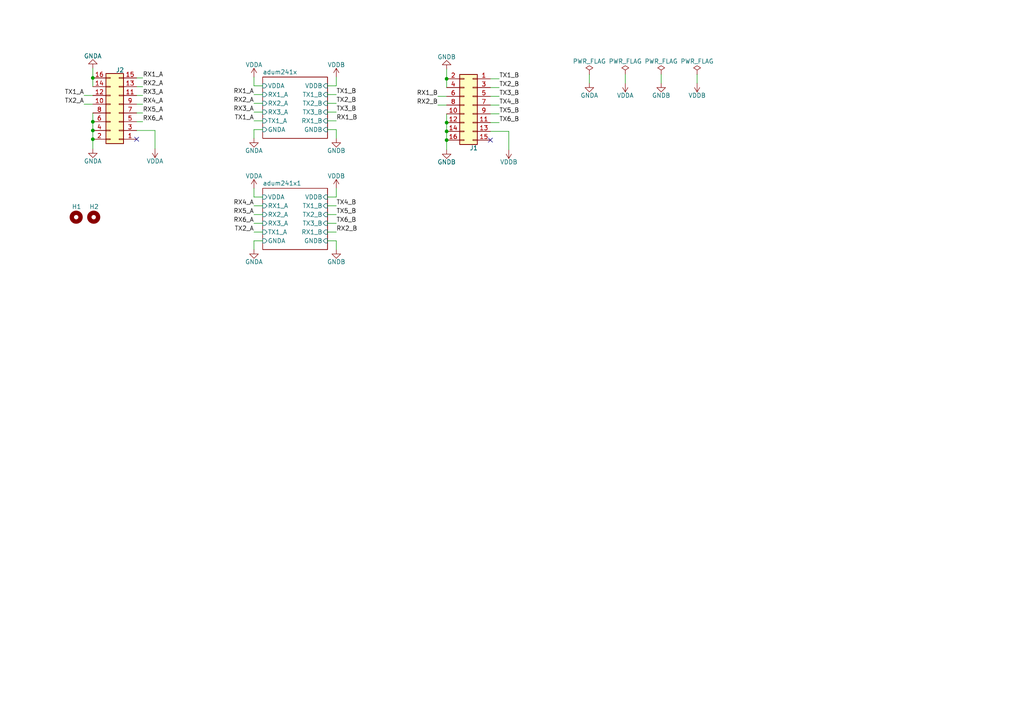
<source format=kicad_sch>
(kicad_sch (version 20211123) (generator eeschema)
  (paper "A4")
  (lib_symbols
    (symbol "CL_power:GNDB" (power) (pin_names (offset 0))
      (property "Value" "GNDB" (at 0 -3.81 0))
      (symbol "GNDB_0_1"
        (polyline (pts (xy 0 0) (xy 0 -1.27) (xy 1.27 -1.27) (xy 0 -2.54) (xy -1.27 -1.27) (xy 0 -1.27)))
      )
      (symbol "GNDB_1_1"
        (pin power_in line (at 0 0 270) (length 0) hide (name "GNDB") (number "1"))
      )
    )
    (symbol "CL_power:VDDB" (power) (pin_names (offset 0))
      (property "Value" "VDDB" (at 0 3.556 0))
      (symbol "VDDB_0_1"
        (polyline (pts (xy -0.762 1.27) (xy 0 2.54)))
        (polyline (pts (xy 0 0) (xy 0 2.54)))
        (polyline (pts (xy 0 2.54) (xy 0.762 1.27)))
      )
      (symbol "VDDB_1_1"
        (pin power_in line (at 0 0 90) (length 0) hide (name "VDDB") (number "1"))
      )
    )
    (symbol "Connector_Generic:Conn_02x08_Odd_Even" (pin_names (offset 1.016) hide)
      (property "Reference" "J" (at 1.27 10.16 0))
      (property "Value" "Conn_02x08_Odd_Even" (at 1.27 -12.7 0))
      (symbol "Conn_02x08_Odd_Even_1_1"
        (rectangle (start -1.27 -10.033) (end 0 -10.287) (stroke (width 0.1524)))
        (rectangle (start -1.27 -7.493) (end 0 -7.747) (stroke (width 0.1524)))
        (rectangle (start -1.27 -4.953) (end 0 -5.207) (stroke (width 0.1524)))
        (rectangle (start -1.27 -2.413) (end 0 -2.667) (stroke (width 0.1524)))
        (rectangle (start -1.27 0.127) (end 0 -0.127) (stroke (width 0.1524)))
        (rectangle (start -1.27 2.667) (end 0 2.413) (stroke (width 0.1524)))
        (rectangle (start -1.27 5.207) (end 0 4.953) (stroke (width 0.1524)))
        (rectangle (start -1.27 7.747) (end 0 7.493) (stroke (width 0.1524)))
        (rectangle (start -1.27 8.89) (end 3.81 -11.43) (stroke (width 0.254)) (fill (type background)))
        (rectangle (start 3.81 -10.033) (end 2.54 -10.287) (stroke (width 0.1524)))
        (rectangle (start 3.81 -7.493) (end 2.54 -7.747) (stroke (width 0.1524)))
        (rectangle (start 3.81 -4.953) (end 2.54 -5.207) (stroke (width 0.1524)))
        (rectangle (start 3.81 -2.413) (end 2.54 -2.667) (stroke (width 0.1524)))
        (rectangle (start 3.81 0.127) (end 2.54 -0.127) (stroke (width 0.1524)))
        (rectangle (start 3.81 2.667) (end 2.54 2.413) (stroke (width 0.1524)))
        (rectangle (start 3.81 5.207) (end 2.54 4.953) (stroke (width 0.1524)))
        (rectangle (start 3.81 7.747) (end 2.54 7.493) (stroke (width 0.1524)))
        (pin passive line (at -5.08 7.62 0) (length 3.81) (name "Pin_1") (number "1"))
        (pin passive line (at 7.62 -2.54 180) (length 3.81) (name "Pin_10") (number "10"))
        (pin passive line (at -5.08 -5.08 0) (length 3.81) (name "Pin_11") (number "11"))
        (pin passive line (at 7.62 -5.08 180) (length 3.81) (name "Pin_12") (number "12"))
        (pin passive line (at -5.08 -7.62 0) (length 3.81) (name "Pin_13") (number "13"))
        (pin passive line (at 7.62 -7.62 180) (length 3.81) (name "Pin_14") (number "14"))
        (pin passive line (at -5.08 -10.16 0) (length 3.81) (name "Pin_15") (number "15"))
        (pin passive line (at 7.62 -10.16 180) (length 3.81) (name "Pin_16") (number "16"))
        (pin passive line (at 7.62 7.62 180) (length 3.81) (name "Pin_2") (number "2"))
        (pin passive line (at -5.08 5.08 0) (length 3.81) (name "Pin_3") (number "3"))
        (pin passive line (at 7.62 5.08 180) (length 3.81) (name "Pin_4") (number "4"))
        (pin passive line (at -5.08 2.54 0) (length 3.81) (name "Pin_5") (number "5"))
        (pin passive line (at 7.62 2.54 180) (length 3.81) (name "Pin_6") (number "6"))
        (pin passive line (at -5.08 0 0) (length 3.81) (name "Pin_7") (number "7"))
        (pin passive line (at 7.62 0 180) (length 3.81) (name "Pin_8") (number "8"))
        (pin passive line (at -5.08 -2.54 0) (length 3.81) (name "Pin_9") (number "9"))
      )
    )
    (symbol "Mechanical:MountingHole" (pin_names (offset 1.016))
      (property "Reference" "H" (at 0 5.08 0))
      (property "Value" "MountingHole" (at 0 3.175 0))
      (symbol "MountingHole_0_1"
        (circle (center 0 0) (radius 1.27) (stroke (width 1.27)))
      )
    )
    (symbol "power:GNDA" (power) (pin_names (offset 0))
      (property "Value" "GNDA" (at 0 -3.81 0))
      (symbol "GNDA_0_1"
        (polyline (pts (xy 0 0) (xy 0 -1.27) (xy 1.27 -1.27) (xy 0 -2.54) (xy -1.27 -1.27) (xy 0 -1.27)))
      )
      (symbol "GNDA_1_1"
        (pin power_in line (at 0 0 270) (length 0) hide (name "GNDA") (number "1"))
      )
    )
    (symbol "power:PWR_FLAG" (power) (pin_numbers hide) (pin_names (offset 0) hide)
      (property "Value" "PWR_FLAG" (at 0 3.81 0))
      (symbol "PWR_FLAG_0_0"
        (pin power_out line (at 0 0 90) (length 0) (name "pwr") (number "1"))
      )
      (symbol "PWR_FLAG_0_1"
        (polyline (pts (xy 0 0) (xy 0 1.27) (xy -1.016 1.905) (xy 0 2.54) (xy 1.016 1.905) (xy 0 1.27)))
      )
    )
    (symbol "power:VDDA" (power) (pin_names (offset 0))
      (property "Value" "VDDA" (at 0 3.81 0))
      (symbol "VDDA_0_1"
        (polyline (pts (xy -0.762 1.27) (xy 0 2.54)))
        (polyline (pts (xy 0 0) (xy 0 2.54)))
        (polyline (pts (xy 0 2.54) (xy 0.762 1.27)))
      )
      (symbol "VDDA_1_1"
        (pin power_in line (at 0 0 90) (length 0) hide (name "VDDA") (number "1"))
      )
    )
  )
  (junction (at 26.924 22.606))
  (junction (at 129.54 22.86))
  (junction (at 26.924 40.386))
  (junction (at 129.54 40.64))
  (junction (at 26.924 37.846))
  (junction (at 26.924 35.306))
  (junction (at 129.54 38.1))
  (junction (at 129.54 35.56))
  (no_connect (at 39.624 40.386))
  (no_connect (at 142.24 40.64))
  (wire (pts (xy 39.624 22.606) (xy 41.402 22.606)))
  (wire (pts (xy 144.78 25.4) (xy 142.24 25.4)))
  (wire (pts (xy 73.66 59.69) (xy 76.2 59.69)))
  (wire (pts (xy 129.54 38.1) (xy 129.54 40.64)))
  (wire (pts (xy 39.624 32.766) (xy 41.402 32.766)))
  (wire (pts (xy 147.574 38.1) (xy 147.574 43.434)))
  (wire (pts (xy 97.536 57.15) (xy 94.996 57.15)))
  (wire (pts (xy 94.996 27.432) (xy 97.536 27.432)))
  (wire (pts (xy 73.66 27.432) (xy 76.2 27.432)))
  (wire (pts (xy 191.77 21.59) (xy 191.77 24.13)))
  (wire (pts (xy 144.78 30.48) (xy 142.24 30.48)))
  (wire (pts (xy 97.536 69.85) (xy 94.996 69.85)))
  (wire (pts (xy 129.54 22.86) (xy 129.54 25.4)))
  (wire (pts (xy 26.924 35.306) (xy 26.924 37.846)))
  (wire (pts (xy 73.66 67.31) (xy 76.2 67.31)))
  (wire (pts (xy 26.924 19.812) (xy 26.924 22.606)))
  (wire (pts (xy 73.66 24.892) (xy 76.2 24.892)))
  (wire (pts (xy 94.996 62.23) (xy 97.536 62.23)))
  (wire (pts (xy 39.624 25.146) (xy 41.402 25.146)))
  (wire (pts (xy 26.924 22.606) (xy 26.924 25.146)))
  (wire (pts (xy 94.996 59.69) (xy 97.536 59.69)))
  (wire (pts (xy 129.54 35.56) (xy 129.54 38.1)))
  (wire (pts (xy 73.66 32.512) (xy 76.2 32.512)))
  (wire (pts (xy 73.66 22.352) (xy 73.66 24.892)))
  (wire (pts (xy 97.536 72.39) (xy 97.536 69.85)))
  (wire (pts (xy 39.624 27.686) (xy 41.402 27.686)))
  (wire (pts (xy 94.996 32.512) (xy 97.536 32.512)))
  (wire (pts (xy 129.54 33.02) (xy 129.54 35.56)))
  (wire (pts (xy 97.536 54.61) (xy 97.536 57.15)))
  (wire (pts (xy 73.66 62.23) (xy 76.2 62.23)))
  (wire (pts (xy 144.78 33.02) (xy 142.24 33.02)))
  (wire (pts (xy 73.66 69.85) (xy 76.2 69.85)))
  (wire (pts (xy 144.78 27.94) (xy 142.24 27.94)))
  (wire (pts (xy 97.536 22.352) (xy 97.536 24.892)))
  (wire (pts (xy 97.536 40.132) (xy 97.536 37.592)))
  (wire (pts (xy 39.624 35.306) (xy 41.402 35.306)))
  (wire (pts (xy 181.356 21.59) (xy 181.356 24.13)))
  (wire (pts (xy 73.66 40.132) (xy 73.66 37.592)))
  (wire (pts (xy 129.54 20.066) (xy 129.54 22.86)))
  (wire (pts (xy 73.66 72.39) (xy 73.66 69.85)))
  (wire (pts (xy 26.924 40.386) (xy 26.924 43.18)))
  (wire (pts (xy 44.958 37.846) (xy 44.958 43.18)))
  (wire (pts (xy 127 27.94) (xy 129.54 27.94)))
  (wire (pts (xy 97.536 37.592) (xy 94.996 37.592)))
  (wire (pts (xy 26.924 32.766) (xy 26.924 35.306)))
  (wire (pts (xy 39.624 30.226) (xy 41.402 30.226)))
  (wire (pts (xy 24.384 27.686) (xy 26.924 27.686)))
  (wire (pts (xy 94.996 35.052) (xy 97.536 35.052)))
  (wire (pts (xy 144.78 35.56) (xy 142.24 35.56)))
  (wire (pts (xy 97.536 24.892) (xy 94.996 24.892)))
  (wire (pts (xy 94.996 64.77) (xy 97.536 64.77)))
  (wire (pts (xy 73.66 37.592) (xy 76.2 37.592)))
  (wire (pts (xy 127 30.48) (xy 129.54 30.48)))
  (wire (pts (xy 73.66 64.77) (xy 76.2 64.77)))
  (wire (pts (xy 73.66 29.972) (xy 76.2 29.972)))
  (wire (pts (xy 94.996 29.972) (xy 97.536 29.972)))
  (wire (pts (xy 202.184 21.59) (xy 202.184 24.13)))
  (wire (pts (xy 129.54 40.64) (xy 129.54 43.434)))
  (wire (pts (xy 170.942 21.59) (xy 170.942 24.13)))
  (wire (pts (xy 144.78 22.86) (xy 142.24 22.86)))
  (wire (pts (xy 73.66 57.15) (xy 76.2 57.15)))
  (wire (pts (xy 39.624 37.846) (xy 44.958 37.846)))
  (wire (pts (xy 73.66 35.052) (xy 76.2 35.052)))
  (wire (pts (xy 94.996 67.31) (xy 97.536 67.31)))
  (wire (pts (xy 142.24 38.1) (xy 147.574 38.1)))
  (wire (pts (xy 73.66 54.61) (xy 73.66 57.15)))
  (wire (pts (xy 26.924 37.846) (xy 26.924 40.386)))
  (wire (pts (xy 24.384 30.226) (xy 26.924 30.226)))
  (label "TX4_B" (at 144.78 30.48 0))
  (label "RX2_A" (at 41.402 25.146 0))
  (label "TX1_A" (at 24.384 27.686 180))
  (label "TX6_B" (at 97.536 64.77 0))
  (label "TX5_B" (at 97.536 62.23 0))
  (label "TX2_B" (at 144.78 25.4 0))
  (label "TX1_B" (at 144.78 22.86 0))
  (label "TX2_A" (at 73.66 67.31 180))
  (label "RX6_A" (at 73.66 64.77 180))
  (label "TX3_B" (at 144.78 27.94 0))
  (label "RX3_A" (at 41.402 27.686 0))
  (label "RX5_A" (at 41.402 32.766 0))
  (label "TX1_B" (at 97.536 27.432 0))
  (label "RX4_A" (at 41.402 30.226 0))
  (label "TX2_A" (at 24.384 30.226 180))
  (label "TX3_B" (at 97.536 32.512 0))
  (label "TX2_B" (at 97.536 29.972 0))
  (label "RX2_A" (at 73.66 29.972 180))
  (label "TX6_B" (at 144.78 35.56 0))
  (label "RX3_A" (at 73.66 32.512 180))
  (label "RX1_B" (at 97.536 35.052 0))
  (label "TX5_B" (at 144.78 33.02 0))
  (label "RX1_A" (at 73.66 27.432 180))
  (label "RX1_B" (at 127 27.94 180))
  (label "RX6_A" (at 41.402 35.306 0))
  (label "RX2_B" (at 127 30.48 180))
  (label "RX5_A" (at 73.66 62.23 180))
  (label "TX4_B" (at 97.536 59.69 0))
  (label "RX4_A" (at 73.66 59.69 180))
  (label "RX1_A" (at 41.402 22.606 0))
  (label "TX1_A" (at 73.66 35.052 180))
  (label "RX2_B" (at 97.536 67.31 0))
  (symbol (lib_id "Connector_Generic:Conn_02x08_Odd_Even") (at 137.16 30.48 0) (mirror y) (unit 1)
    (property "Reference" "J1" (at 137.414 42.926 0))
    (property "Value" "Conn_02x08_Odd_Even" (effects hide))
    (property "Footprint" "Connector_PinHeader_2.54mm:PinHeader_2x08_P2.54mm_Horizontal" (effects hide))
  )
  (symbol (lib_id "CL_power:GNDB") (at 191.77 24.13 0) (unit 1)
    (property "Reference" "#PWR07" (effects hide))
    (property "Value" "GNDB" (at 191.77 27.686 0))
  )
  (symbol (lib_id "power:VDDA") (at 181.356 24.13 180) (unit 1)
    (property "Reference" "#PWR06" (effects hide))
    (property "Value" "VDDA" (at 181.356 27.686 0))
  )
  (symbol (lib_id "Mechanical:MountingHole") (at 22.098 62.992 0) (unit 1)
    (property "Reference" "H1" (at 20.828 59.944 0) (effects (justify left)))
    (property "Value" "MountingHole" (effects hide))
    (property "Footprint" "MountingHole:MountingHole_3.2mm_M3" (effects hide))
  )
  (symbol (lib_id "CL_power:GNDB") (at 97.536 72.39 0) (unit 1)
    (property "Reference" "#PWR018" (effects hide))
    (property "Value" "GNDB" (at 97.536 75.946 0))
  )
  (symbol (lib_id "power:GNDA") (at 26.924 19.812 180) (unit 1)
    (property "Reference" "#PWR01" (effects hide))
    (property "Value" "GNDA" (at 26.924 16.256 0))
  )
  (symbol (lib_id "Mechanical:MountingHole") (at 27.178 62.992 0) (unit 1)
    (property "Reference" "H2" (at 25.908 59.944 0) (effects (justify left)))
    (property "Value" "MountingHole" (effects hide))
    (property "Footprint" "MountingHole:MountingHole_3.2mm_M3" (effects hide))
  )
  (symbol (lib_id "power:VDDA") (at 73.66 22.352 0) (unit 1)
    (property "Reference" "#PWR03" (effects hide))
    (property "Value" "VDDA" (at 73.66 18.796 0))
  )
  (symbol (lib_id "CL_power:VDDB") (at 202.184 24.13 180) (unit 1)
    (property "Reference" "#PWR08" (effects hide))
    (property "Value" "VDDB" (at 202.184 27.686 0))
  )
  (symbol (lib_id "power:VDDA") (at 44.958 43.18 180) (unit 1)
    (property "Reference" "#PWR012" (effects hide))
    (property "Value" "VDDA" (at 44.958 46.736 0))
  )
  (symbol (lib_id "power:PWR_FLAG") (at 202.184 21.59 0) (unit 1)
    (property "Reference" "#FLG04" (effects hide))
    (property "Value" "PWR_FLAG" (at 202.184 17.78 0))
  )
  (symbol (lib_id "power:PWR_FLAG") (at 191.77 21.59 0) (unit 1)
    (property "Reference" "#FLG03" (effects hide))
    (property "Value" "PWR_FLAG" (at 191.77 17.78 0))
  )
  (symbol (lib_id "CL_power:VDDB") (at 97.536 54.61 0) (unit 1)
    (property "Reference" "#PWR016" (effects hide))
    (property "Value" "VDDB" (at 97.536 51.054 0))
  )
  (symbol (lib_id "power:GNDA") (at 26.924 43.18 0) (unit 1)
    (property "Reference" "#PWR011" (effects hide))
    (property "Value" "GNDA" (at 26.924 46.736 0))
  )
  (symbol (lib_id "CL_power:VDDB") (at 97.536 22.352 0) (unit 1)
    (property "Reference" "#PWR04" (effects hide))
    (property "Value" "VDDB" (at 97.536 18.796 0))
  )
  (symbol (lib_id "CL_power:GNDB") (at 97.536 40.132 0) (unit 1)
    (property "Reference" "#PWR010" (effects hide))
    (property "Value" "GNDB" (at 97.536 43.688 0))
  )
  (symbol (lib_id "power:GNDA") (at 73.66 72.39 0) (unit 1)
    (property "Reference" "#PWR017" (effects hide))
    (property "Value" "GNDA" (at 73.66 75.946 0))
  )
  (symbol (lib_id "power:GNDA") (at 170.942 24.13 0) (unit 1)
    (property "Reference" "#PWR05" (effects hide))
    (property "Value" "GNDA" (at 170.942 27.686 0))
  )
  (symbol (lib_id "power:VDDA") (at 73.66 54.61 0) (unit 1)
    (property "Reference" "#PWR015" (effects hide))
    (property "Value" "VDDA" (at 73.66 51.054 0))
  )
  (symbol (lib_id "CL_power:GNDB") (at 129.54 43.434 0) (unit 1)
    (property "Reference" "#PWR013" (effects hide))
    (property "Value" "GNDB" (at 129.54 46.99 0))
  )
  (symbol (lib_id "CL_power:VDDB") (at 147.574 43.434 180) (unit 1)
    (property "Reference" "#PWR014" (effects hide))
    (property "Value" "VDDB" (at 147.574 46.99 0))
  )
  (symbol (lib_id "power:PWR_FLAG") (at 170.942 21.59 0) (unit 1)
    (property "Reference" "#FLG01" (effects hide))
    (property "Value" "PWR_FLAG" (at 170.942 17.78 0))
  )
  (symbol (lib_id "CL_power:GNDB") (at 129.54 20.066 180) (unit 1)
    (property "Reference" "#PWR02" (effects hide))
    (property "Value" "GNDB" (at 129.54 16.51 0))
  )
  (symbol (lib_id "Connector_Generic:Conn_02x08_Odd_Even") (at 34.544 32.766 180) (unit 1)
    (property "Reference" "J2" (at 34.798 20.32 0))
    (property "Value" "Conn_02x08_Odd_Even" (effects hide))
    (property "Footprint" "Connector_PinHeader_2.54mm:PinHeader_2x08_P2.54mm_Horizontal" (effects hide))
  )
  (symbol (lib_id "power:GNDA") (at 73.66 40.132 0) (unit 1)
    (property "Reference" "#PWR09" (effects hide))
    (property "Value" "GNDA" (at 73.66 43.688 0))
  )
  (symbol (lib_id "power:PWR_FLAG") (at 181.356 21.59 0) (unit 1)
    (property "Reference" "#FLG02" (effects hide))
    (property "Value" "PWR_FLAG" (at 181.356 17.78 0))
  )
  (sheet (at 76.2 22.352) (size 18.796 17.78) (stroke (width 0.1524))
    (property "Sheet name" "adum241x" (at 76.2 21.6404 0) (effects (justify left bottom)))
    (property "Sheet file" "adum241x.kicad_sch" (effects hide))
    (pin "TX2_B" input (at 94.996 29.972 0))
    (pin "RX1_B" input (at 94.996 35.052 0))
    (pin "TX3_B" input (at 94.996 32.512 0))
    (pin "TX1_B" input (at 94.996 27.432 0))
    (pin "RX3_A" input (at 76.2 32.512 180))
    (pin "TX1_A" input (at 76.2 35.052 180))
    (pin "RX2_A" input (at 76.2 29.972 180))
    (pin "RX1_A" input (at 76.2 27.432 180))
    (pin "GNDA" input (at 76.2 37.592 180))
    (pin "VDDB" input (at 94.996 24.892 0))
    (pin "VDDA" input (at 76.2 24.892 180))
    (pin "GNDB" input (at 94.996 37.592 0))
  )
  (sheet (at 76.2 54.61) (size 18.796 17.78) (stroke (width 0.1524))
    (property "Sheet name" "adum241x1" (at 76.2 53.8984 0) (effects (justify left bottom)))
    (property "Sheet file" "adum241x.kicad_sch" (effects hide))
    (pin "TX2_B" input (at 94.996 62.23 0))
    (pin "RX1_B" input (at 94.996 67.31 0))
    (pin "TX3_B" input (at 94.996 64.77 0))
    (pin "TX1_B" input (at 94.996 59.69 0))
    (pin "RX3_A" input (at 76.2 64.77 180))
    (pin "TX1_A" input (at 76.2 67.31 180))
    (pin "RX2_A" input (at 76.2 62.23 180))
    (pin "RX1_A" input (at 76.2 59.69 180))
    (pin "GNDA" input (at 76.2 69.85 180))
    (pin "VDDB" input (at 94.996 57.15 0))
    (pin "VDDA" input (at 76.2 57.15 180))
    (pin "GNDB" input (at 94.996 69.85 0))
  )
)
</source>
